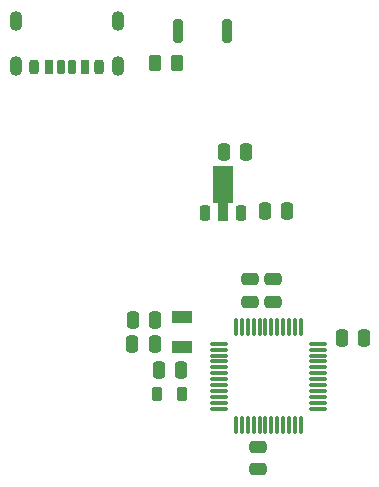
<source format=gbr>
%TF.GenerationSoftware,KiCad,Pcbnew,8.0.6*%
%TF.CreationDate,2025-01-09T22:28:07+01:00*%
%TF.ProjectId,samd21_breakout,73616d64-3231-45f6-9272-65616b6f7574,rev?*%
%TF.SameCoordinates,Original*%
%TF.FileFunction,Paste,Top*%
%TF.FilePolarity,Positive*%
%FSLAX46Y46*%
G04 Gerber Fmt 4.6, Leading zero omitted, Abs format (unit mm)*
G04 Created by KiCad (PCBNEW 8.0.6) date 2025-01-09 22:28:07*
%MOMM*%
%LPD*%
G01*
G04 APERTURE LIST*
G04 Aperture macros list*
%AMRoundRect*
0 Rectangle with rounded corners*
0 $1 Rounding radius*
0 $2 $3 $4 $5 $6 $7 $8 $9 X,Y pos of 4 corners*
0 Add a 4 corners polygon primitive as box body*
4,1,4,$2,$3,$4,$5,$6,$7,$8,$9,$2,$3,0*
0 Add four circle primitives for the rounded corners*
1,1,$1+$1,$2,$3*
1,1,$1+$1,$4,$5*
1,1,$1+$1,$6,$7*
1,1,$1+$1,$8,$9*
0 Add four rect primitives between the rounded corners*
20,1,$1+$1,$2,$3,$4,$5,0*
20,1,$1+$1,$4,$5,$6,$7,0*
20,1,$1+$1,$6,$7,$8,$9,0*
20,1,$1+$1,$8,$9,$2,$3,0*%
%AMFreePoly0*
4,1,9,3.862500,-0.866500,0.737500,-0.866500,0.737500,-0.450000,-0.737500,-0.450000,-0.737500,0.450000,0.737500,0.450000,0.737500,0.866500,3.862500,0.866500,3.862500,-0.866500,3.862500,-0.866500,$1*%
G04 Aperture macros list end*
%ADD10RoundRect,0.175000X0.175000X0.425000X-0.175000X0.425000X-0.175000X-0.425000X0.175000X-0.425000X0*%
%ADD11RoundRect,0.190000X-0.190000X-0.410000X0.190000X-0.410000X0.190000X0.410000X-0.190000X0.410000X0*%
%ADD12RoundRect,0.200000X-0.200000X-0.400000X0.200000X-0.400000X0.200000X0.400000X-0.200000X0.400000X0*%
%ADD13RoundRect,0.175000X-0.175000X-0.425000X0.175000X-0.425000X0.175000X0.425000X-0.175000X0.425000X0*%
%ADD14RoundRect,0.190000X0.190000X0.410000X-0.190000X0.410000X-0.190000X-0.410000X0.190000X-0.410000X0*%
%ADD15RoundRect,0.200000X0.200000X0.400000X-0.200000X0.400000X-0.200000X-0.400000X0.200000X-0.400000X0*%
%ADD16O,1.100000X1.700000*%
%ADD17RoundRect,0.200000X-0.200000X-0.800000X0.200000X-0.800000X0.200000X0.800000X-0.200000X0.800000X0*%
%ADD18R,1.800000X1.000000*%
%ADD19RoundRect,0.075000X-0.662500X-0.075000X0.662500X-0.075000X0.662500X0.075000X-0.662500X0.075000X0*%
%ADD20RoundRect,0.075000X-0.075000X-0.662500X0.075000X-0.662500X0.075000X0.662500X-0.075000X0.662500X0*%
%ADD21RoundRect,0.225000X0.225000X-0.425000X0.225000X0.425000X-0.225000X0.425000X-0.225000X-0.425000X0*%
%ADD22FreePoly0,90.000000*%
%ADD23RoundRect,0.250000X-0.262500X-0.450000X0.262500X-0.450000X0.262500X0.450000X-0.262500X0.450000X0*%
%ADD24RoundRect,0.250000X0.250000X0.475000X-0.250000X0.475000X-0.250000X-0.475000X0.250000X-0.475000X0*%
%ADD25RoundRect,0.250000X-0.475000X0.250000X-0.475000X-0.250000X0.475000X-0.250000X0.475000X0.250000X0*%
%ADD26RoundRect,0.250000X-0.250000X-0.475000X0.250000X-0.475000X0.250000X0.475000X-0.250000X0.475000X0*%
%ADD27RoundRect,0.250000X0.475000X-0.250000X0.475000X0.250000X-0.475000X0.250000X-0.475000X-0.250000X0*%
%ADD28RoundRect,0.218750X0.218750X0.381250X-0.218750X0.381250X-0.218750X-0.381250X0.218750X-0.381250X0*%
G04 APERTURE END LIST*
D10*
%TO.C,J3*%
X109500000Y-81080000D03*
D11*
X107480000Y-81080000D03*
D12*
X106250000Y-81080000D03*
D13*
X108500000Y-81080000D03*
D14*
X110520000Y-81080000D03*
D15*
X111750000Y-81080000D03*
D16*
X113320000Y-81000000D03*
X113320000Y-77200000D03*
X104680000Y-81000000D03*
X104680000Y-77200000D03*
%TD*%
D17*
%TO.C,SW1*%
X118400000Y-78000000D03*
X122600000Y-78000000D03*
%TD*%
D18*
%TO.C,Y1*%
X118750000Y-102250000D03*
X118750000Y-104750000D03*
%TD*%
D19*
%TO.C,U2*%
X121925000Y-104500000D03*
X121925000Y-105000000D03*
X121925000Y-105500000D03*
X121925000Y-106000000D03*
X121925000Y-106500000D03*
X121925000Y-107000000D03*
X121925000Y-107500000D03*
X121925000Y-108000000D03*
X121925000Y-108500000D03*
X121925000Y-109000000D03*
X121925000Y-109500000D03*
X121925000Y-110000000D03*
D20*
X123337500Y-111412500D03*
X123837500Y-111412500D03*
X124337500Y-111412500D03*
X124837500Y-111412500D03*
X125337500Y-111412500D03*
X125837500Y-111412500D03*
X126337500Y-111412500D03*
X126837500Y-111412500D03*
X127337500Y-111412500D03*
X127837500Y-111412500D03*
X128337500Y-111412500D03*
X128837500Y-111412500D03*
D19*
X130250000Y-110000000D03*
X130250000Y-109500000D03*
X130250000Y-109000000D03*
X130250000Y-108500000D03*
X130250000Y-108000000D03*
X130250000Y-107500000D03*
X130250000Y-107000000D03*
X130250000Y-106500000D03*
X130250000Y-106000000D03*
X130250000Y-105500000D03*
X130250000Y-105000000D03*
X130250000Y-104500000D03*
D20*
X128837500Y-103087500D03*
X128337500Y-103087500D03*
X127837500Y-103087500D03*
X127337500Y-103087500D03*
X126837500Y-103087500D03*
X126337500Y-103087500D03*
X125837500Y-103087500D03*
X125337500Y-103087500D03*
X124837500Y-103087500D03*
X124337500Y-103087500D03*
X123837500Y-103087500D03*
X123337500Y-103087500D03*
%TD*%
D21*
%TO.C,U1*%
X120750000Y-93450000D03*
D22*
X122250000Y-93362500D03*
D21*
X123750000Y-93450000D03*
%TD*%
D23*
%TO.C,R1*%
X116487500Y-80750000D03*
X118312500Y-80750000D03*
%TD*%
D24*
%TO.C,C9*%
X116800000Y-106750000D03*
X118700000Y-106750000D03*
%TD*%
D25*
%TO.C,C8*%
X125250000Y-113250000D03*
X125250000Y-115150000D03*
%TD*%
D26*
%TO.C,C7*%
X132300000Y-104000000D03*
X134200000Y-104000000D03*
%TD*%
D25*
%TO.C,C6*%
X124500000Y-99050000D03*
X124500000Y-100950000D03*
%TD*%
D27*
%TO.C,C5*%
X126500000Y-100950000D03*
X126500000Y-99050000D03*
%TD*%
D26*
%TO.C,C4*%
X116450000Y-104500000D03*
X114550000Y-104500000D03*
%TD*%
%TO.C,C3*%
X114600000Y-102500000D03*
X116500000Y-102500000D03*
%TD*%
D24*
%TO.C,C2*%
X127700000Y-93250000D03*
X125800000Y-93250000D03*
%TD*%
D26*
%TO.C,C1*%
X122300000Y-88250000D03*
X124200000Y-88250000D03*
%TD*%
D28*
%TO.C,L1*%
X118812500Y-108750000D03*
X116687500Y-108750000D03*
%TD*%
M02*

</source>
